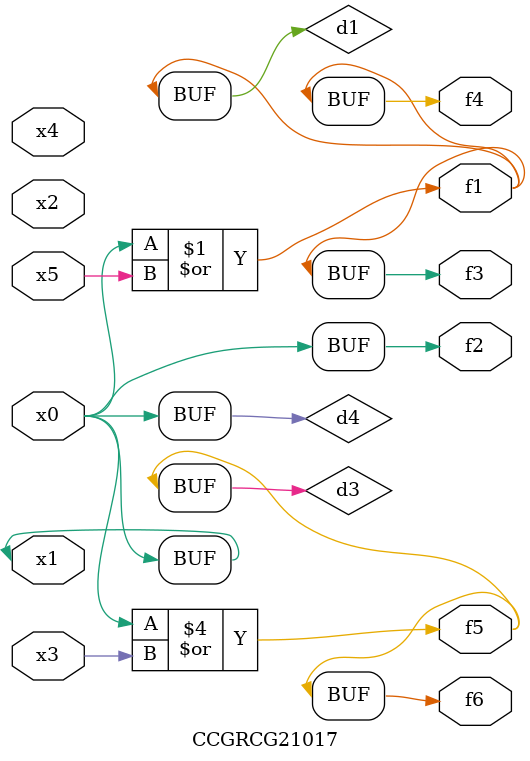
<source format=v>
module CCGRCG21017(
	input x0, x1, x2, x3, x4, x5,
	output f1, f2, f3, f4, f5, f6
);

	wire d1, d2, d3, d4;

	or (d1, x0, x5);
	xnor (d2, x1, x4);
	or (d3, x0, x3);
	buf (d4, x0, x1);
	assign f1 = d1;
	assign f2 = d4;
	assign f3 = d1;
	assign f4 = d1;
	assign f5 = d3;
	assign f6 = d3;
endmodule

</source>
